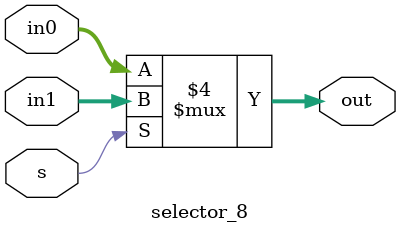
<source format=v>
`timescale 1ps/1ps

module selector_8 (in0, in1, s, out);

	input [7:0] in0,in1;
	input s;
	output [7:0] out;
	reg [7:0] out;
	
	always @ (in0 or in1 or s) begin
		if(s==0) begin
			out <= #1 in0;
		end else begin
			out <= #1 in1;
		end
	end

endmodule

</source>
